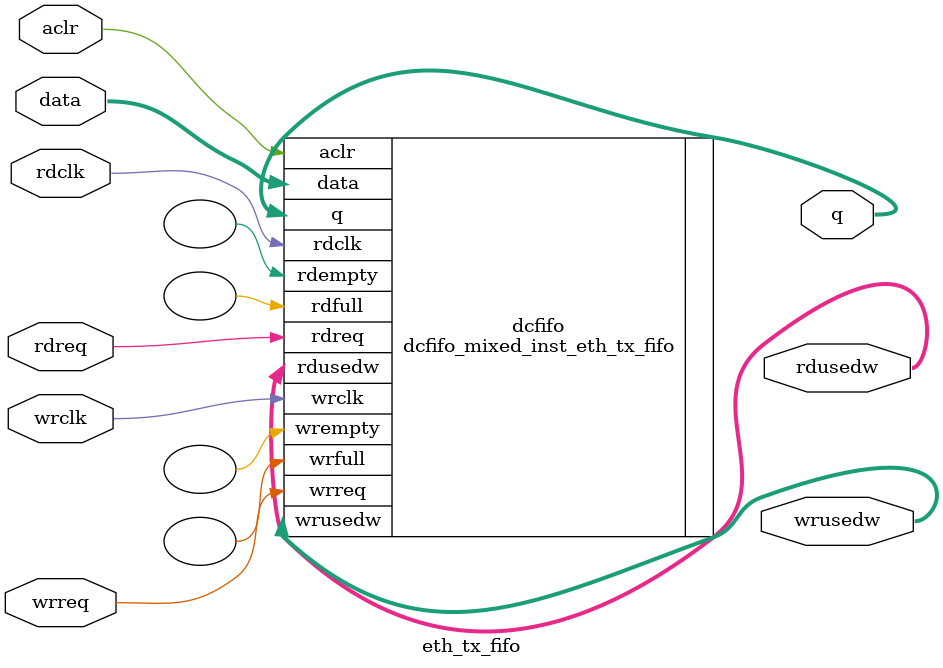
<source format=v>
`timescale 1 ps / 1 ps
module eth_tx_fifo (
	aclr,
	rdclk,
	wrclk,
	data,
	rdreq,
	wrreq,
	rdusedw,
	wrusedw,
	q
	);

	input    aclr;
	input    rdclk;
	input    wrclk;
	input    [15:0]    data;
	input    rdreq;
	input    wrreq;
	output    [7:0]    q;
	output    [12:0]    rdusedw;
	output    [11:0]    wrusedw;

	dcfifo_mixed_inst_eth_tx_fifo dcfifo (
		.rdclk (rdclk),
		.wrreq (wrreq),
		.aclr (aclr),
		.data (data),
		.rdreq (rdreq),
		.wrclk (wrclk),
		.wrempty (),
		.wrfull (),
		.q (q),
		.rdempty (),
		.rdfull (),
		.wrusedw (wrusedw),
		.rdusedw (rdusedw)
	);

	defparam
		dcfifo.add_ram_output_register = "ON",
		dcfifo.clocks_are_synchronized = "FALSE",
		dcfifo.intended_device_family = "Stratix",
		dcfifo.lpm_hint = "RAM_BLOCK_TYPE=M4K",
		dcfifo.lpm_numwords = 4096,
		dcfifo.lpm_showahead = "ON",
		dcfifo.lpm_type = "dcfifo",
		dcfifo.lpm_width = 16,
		dcfifo.lpm_widthu = 12,
		dcfifo.lpm_width_rd = 8,
		dcfifo.lpm_widthu_rd = 13,
		dcfifo.overflow_checking = "ON",
		dcfifo.underflow_checking = "ON",
		dcfifo.use_eab = "ON";
endmodule
</source>
